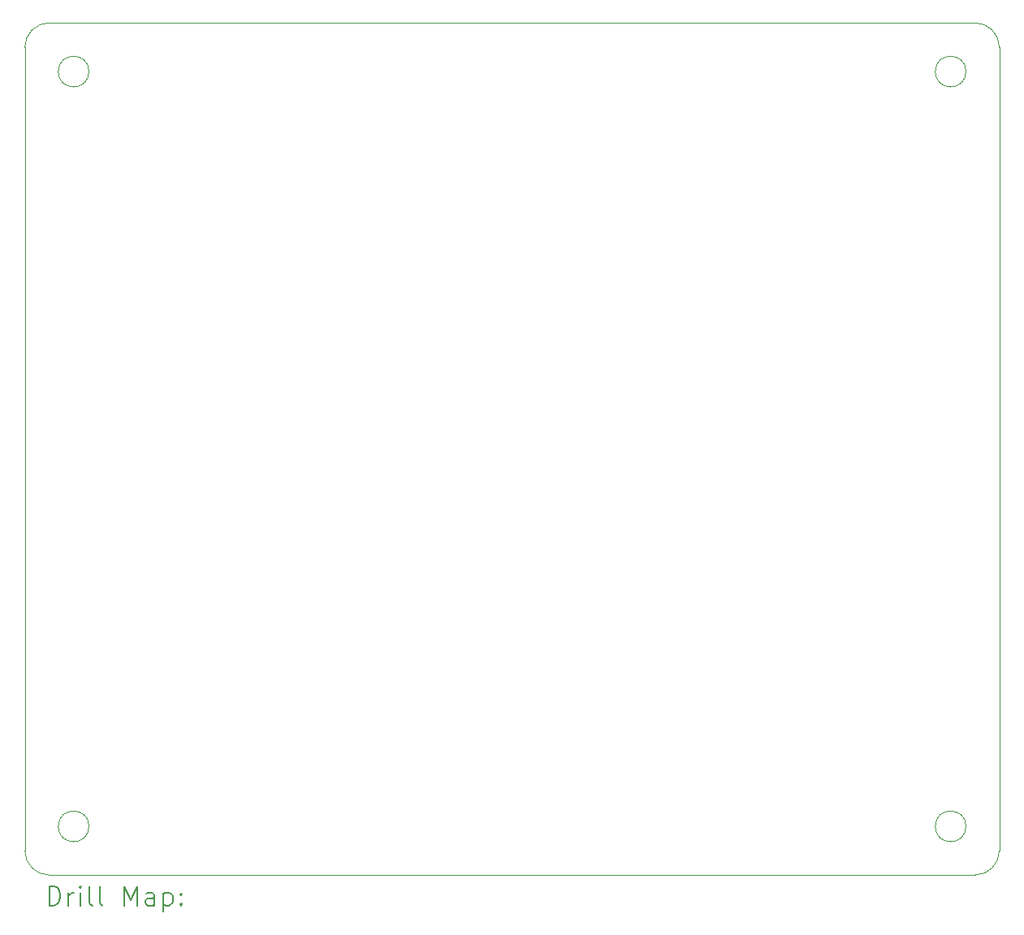
<source format=gbr>
%TF.GenerationSoftware,KiCad,Pcbnew,7.0.5*%
%TF.CreationDate,2024-04-09T17:24:00-07:00*%
%TF.ProjectId,ClinicV12,436c696e-6963-4563-9132-2e6b69636164,rev?*%
%TF.SameCoordinates,Original*%
%TF.FileFunction,Drillmap*%
%TF.FilePolarity,Positive*%
%FSLAX45Y45*%
G04 Gerber Fmt 4.5, Leading zero omitted, Abs format (unit mm)*
G04 Created by KiCad (PCBNEW 7.0.5) date 2024-04-09 17:24:00*
%MOMM*%
%LPD*%
G01*
G04 APERTURE LIST*
%ADD10C,0.100000*%
%ADD11C,0.200000*%
G04 APERTURE END LIST*
D10*
X11176000Y-6096000D02*
X20828000Y-6096000D01*
X20828000Y-14986000D02*
X11176000Y-14986000D01*
X21082000Y-6350000D02*
X21082000Y-14732000D01*
X10922000Y-6350000D02*
X10922000Y-14732000D01*
X10922000Y-14732000D02*
G75*
G03*
X11176000Y-14986000I254000J0D01*
G01*
X20828000Y-14986000D02*
G75*
G03*
X21082000Y-14732000I0J254000D01*
G01*
X21082000Y-6350000D02*
G75*
G03*
X20828000Y-6096000I-254000J0D01*
G01*
X11176000Y-6096000D02*
G75*
G03*
X10922000Y-6350000I0J-254000D01*
G01*
X11590000Y-6604000D02*
G75*
G03*
X11590000Y-6604000I-160000J0D01*
G01*
X11590000Y-14478000D02*
G75*
G03*
X11590000Y-14478000I-160000J0D01*
G01*
X20734000Y-14478000D02*
G75*
G03*
X20734000Y-14478000I-160000J0D01*
G01*
X20734000Y-6604000D02*
G75*
G03*
X20734000Y-6604000I-160000J0D01*
G01*
D11*
X11177777Y-15302484D02*
X11177777Y-15102484D01*
X11177777Y-15102484D02*
X11225396Y-15102484D01*
X11225396Y-15102484D02*
X11253967Y-15112008D01*
X11253967Y-15112008D02*
X11273015Y-15131055D01*
X11273015Y-15131055D02*
X11282539Y-15150103D01*
X11282539Y-15150103D02*
X11292062Y-15188198D01*
X11292062Y-15188198D02*
X11292062Y-15216769D01*
X11292062Y-15216769D02*
X11282539Y-15254865D01*
X11282539Y-15254865D02*
X11273015Y-15273912D01*
X11273015Y-15273912D02*
X11253967Y-15292960D01*
X11253967Y-15292960D02*
X11225396Y-15302484D01*
X11225396Y-15302484D02*
X11177777Y-15302484D01*
X11377777Y-15302484D02*
X11377777Y-15169150D01*
X11377777Y-15207246D02*
X11387301Y-15188198D01*
X11387301Y-15188198D02*
X11396824Y-15178674D01*
X11396824Y-15178674D02*
X11415872Y-15169150D01*
X11415872Y-15169150D02*
X11434920Y-15169150D01*
X11501586Y-15302484D02*
X11501586Y-15169150D01*
X11501586Y-15102484D02*
X11492062Y-15112008D01*
X11492062Y-15112008D02*
X11501586Y-15121531D01*
X11501586Y-15121531D02*
X11511110Y-15112008D01*
X11511110Y-15112008D02*
X11501586Y-15102484D01*
X11501586Y-15102484D02*
X11501586Y-15121531D01*
X11625396Y-15302484D02*
X11606348Y-15292960D01*
X11606348Y-15292960D02*
X11596824Y-15273912D01*
X11596824Y-15273912D02*
X11596824Y-15102484D01*
X11730158Y-15302484D02*
X11711110Y-15292960D01*
X11711110Y-15292960D02*
X11701586Y-15273912D01*
X11701586Y-15273912D02*
X11701586Y-15102484D01*
X11958729Y-15302484D02*
X11958729Y-15102484D01*
X11958729Y-15102484D02*
X12025396Y-15245341D01*
X12025396Y-15245341D02*
X12092062Y-15102484D01*
X12092062Y-15102484D02*
X12092062Y-15302484D01*
X12273015Y-15302484D02*
X12273015Y-15197722D01*
X12273015Y-15197722D02*
X12263491Y-15178674D01*
X12263491Y-15178674D02*
X12244443Y-15169150D01*
X12244443Y-15169150D02*
X12206348Y-15169150D01*
X12206348Y-15169150D02*
X12187301Y-15178674D01*
X12273015Y-15292960D02*
X12253967Y-15302484D01*
X12253967Y-15302484D02*
X12206348Y-15302484D01*
X12206348Y-15302484D02*
X12187301Y-15292960D01*
X12187301Y-15292960D02*
X12177777Y-15273912D01*
X12177777Y-15273912D02*
X12177777Y-15254865D01*
X12177777Y-15254865D02*
X12187301Y-15235817D01*
X12187301Y-15235817D02*
X12206348Y-15226293D01*
X12206348Y-15226293D02*
X12253967Y-15226293D01*
X12253967Y-15226293D02*
X12273015Y-15216769D01*
X12368253Y-15169150D02*
X12368253Y-15369150D01*
X12368253Y-15178674D02*
X12387301Y-15169150D01*
X12387301Y-15169150D02*
X12425396Y-15169150D01*
X12425396Y-15169150D02*
X12444443Y-15178674D01*
X12444443Y-15178674D02*
X12453967Y-15188198D01*
X12453967Y-15188198D02*
X12463491Y-15207246D01*
X12463491Y-15207246D02*
X12463491Y-15264388D01*
X12463491Y-15264388D02*
X12453967Y-15283436D01*
X12453967Y-15283436D02*
X12444443Y-15292960D01*
X12444443Y-15292960D02*
X12425396Y-15302484D01*
X12425396Y-15302484D02*
X12387301Y-15302484D01*
X12387301Y-15302484D02*
X12368253Y-15292960D01*
X12549205Y-15283436D02*
X12558729Y-15292960D01*
X12558729Y-15292960D02*
X12549205Y-15302484D01*
X12549205Y-15302484D02*
X12539682Y-15292960D01*
X12539682Y-15292960D02*
X12549205Y-15283436D01*
X12549205Y-15283436D02*
X12549205Y-15302484D01*
X12549205Y-15178674D02*
X12558729Y-15188198D01*
X12558729Y-15188198D02*
X12549205Y-15197722D01*
X12549205Y-15197722D02*
X12539682Y-15188198D01*
X12539682Y-15188198D02*
X12549205Y-15178674D01*
X12549205Y-15178674D02*
X12549205Y-15197722D01*
M02*

</source>
